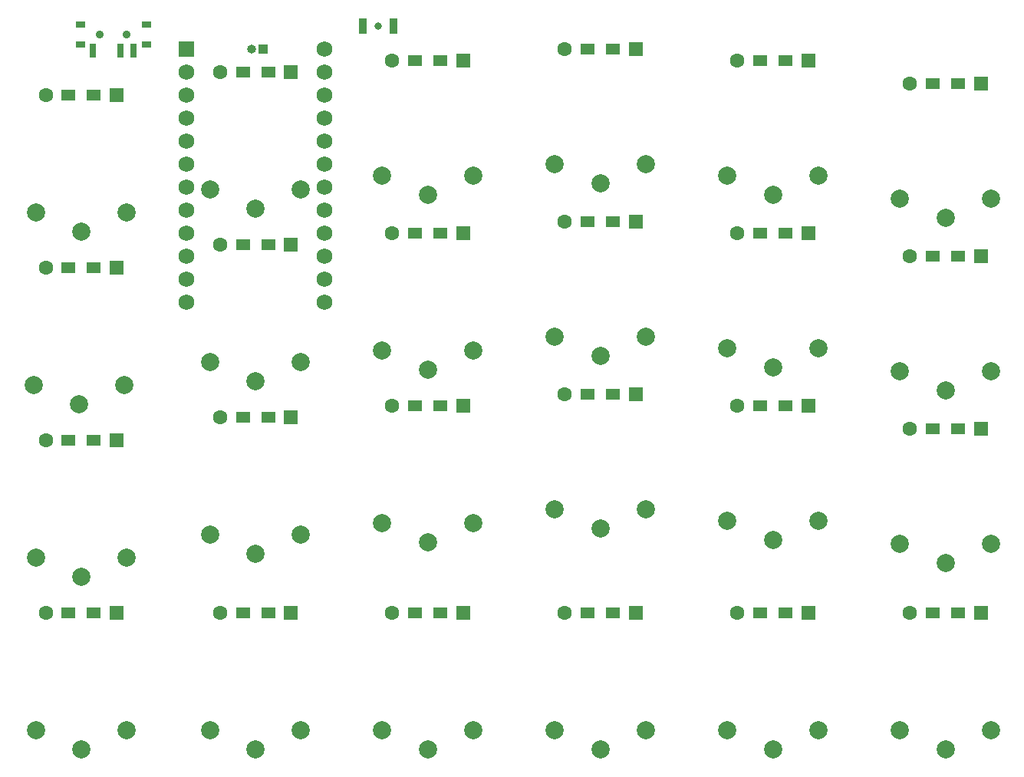
<source format=gbr>
%TF.GenerationSoftware,KiCad,Pcbnew,(5.1.8-0-10_14)*%
%TF.CreationDate,2021-01-06T07:12:47-06:00*%
%TF.ProjectId,halfboard,68616c66-626f-4617-9264-2e6b69636164,rev?*%
%TF.SameCoordinates,Original*%
%TF.FileFunction,Soldermask,Bot*%
%TF.FilePolarity,Negative*%
%FSLAX46Y46*%
G04 Gerber Fmt 4.6, Leading zero omitted, Abs format (unit mm)*
G04 Created by KiCad (PCBNEW (5.1.8-0-10_14)) date 2021-01-06 07:12:47*
%MOMM*%
%LPD*%
G01*
G04 APERTURE LIST*
%ADD10R,1.000000X0.800000*%
%ADD11R,0.700000X1.500000*%
%ADD12C,0.900000*%
%ADD13C,0.800000*%
%ADD14R,0.900000X1.700000*%
%ADD15O,1.000000X1.000000*%
%ADD16R,1.000000X1.000000*%
%ADD17C,2.000000*%
%ADD18R,1.600000X1.600000*%
%ADD19C,1.600000*%
%ADD20R,1.600000X1.200000*%
%ADD21C,1.752600*%
%ADD22R,1.752600X1.752600*%
G04 APERTURE END LIST*
D10*
%TO.C,REF\u002A\u002A*%
X52230000Y-49040000D03*
X59530000Y-49040000D03*
X59530000Y-46830000D03*
X52230000Y-46830000D03*
D11*
X58130000Y-49690000D03*
X56630000Y-49690000D03*
X53630000Y-49690000D03*
D12*
X57380000Y-47930000D03*
X54380000Y-47930000D03*
%TD*%
D13*
%TO.C,REF\u002A\u002A*%
X85090000Y-46990000D03*
D14*
X83390000Y-46990000D03*
X86790000Y-46990000D03*
%TD*%
D15*
%TO.C,BAT*%
X71120000Y-49530000D03*
D16*
X72390000Y-49530000D03*
%TD*%
D17*
%TO.C, *%
X142732303Y-66059730D03*
X147732303Y-68159730D03*
X152732303Y-66059730D03*
%TD*%
D18*
%TO.C,D0*%
X151632303Y-53340000D03*
D19*
X143832303Y-53340000D03*
D20*
X149132303Y-53340000D03*
X146332303Y-53340000D03*
%TD*%
D17*
%TO.C, *%
X142732303Y-85109730D03*
X147732303Y-87209730D03*
X152732303Y-85109730D03*
%TD*%
D18*
%TO.C,D0*%
X151632303Y-72390000D03*
D19*
X143832303Y-72390000D03*
D20*
X149132303Y-72390000D03*
X146332303Y-72390000D03*
%TD*%
D17*
%TO.C, *%
X142732303Y-104159730D03*
X147732303Y-106259730D03*
X152732303Y-104159730D03*
%TD*%
D18*
%TO.C,D0*%
X151632303Y-91440000D03*
D19*
X143832303Y-91440000D03*
D20*
X149132303Y-91440000D03*
X146332303Y-91440000D03*
%TD*%
D17*
%TO.C, *%
X142732303Y-124733730D03*
X147732303Y-126833730D03*
X152732303Y-124733730D03*
%TD*%
D18*
%TO.C,D0*%
X151632303Y-111760000D03*
D19*
X143832303Y-111760000D03*
D20*
X149132303Y-111760000D03*
X146332303Y-111760000D03*
%TD*%
D17*
%TO.C, *%
X123682303Y-124733730D03*
X128682303Y-126833730D03*
X133682303Y-124733730D03*
%TD*%
D18*
%TO.C,D0*%
X132582303Y-111760000D03*
D19*
X124782303Y-111760000D03*
D20*
X130082303Y-111760000D03*
X127282303Y-111760000D03*
%TD*%
D17*
%TO.C, *%
X104632303Y-124733730D03*
X109632303Y-126833730D03*
X114632303Y-124733730D03*
%TD*%
D18*
%TO.C,D0*%
X113532303Y-111760000D03*
D19*
X105732303Y-111760000D03*
D20*
X111032303Y-111760000D03*
X108232303Y-111760000D03*
%TD*%
D17*
%TO.C, *%
X85582303Y-124733730D03*
X90582303Y-126833730D03*
X95582303Y-124733730D03*
%TD*%
D18*
%TO.C,D0*%
X94482303Y-111760000D03*
D19*
X86682303Y-111760000D03*
D20*
X91982303Y-111760000D03*
X89182303Y-111760000D03*
%TD*%
D17*
%TO.C, *%
X123682303Y-101619730D03*
X128682303Y-103719730D03*
X133682303Y-101619730D03*
%TD*%
D18*
%TO.C,D0*%
X132582303Y-88900000D03*
D19*
X124782303Y-88900000D03*
D20*
X130082303Y-88900000D03*
X127282303Y-88900000D03*
%TD*%
D17*
%TO.C, *%
X123682303Y-82569730D03*
X128682303Y-84669730D03*
X133682303Y-82569730D03*
%TD*%
D18*
%TO.C,D0*%
X132582303Y-69850000D03*
D19*
X124782303Y-69850000D03*
D20*
X130082303Y-69850000D03*
X127282303Y-69850000D03*
%TD*%
D17*
%TO.C, *%
X123682303Y-63519730D03*
X128682303Y-65619730D03*
X133682303Y-63519730D03*
%TD*%
D18*
%TO.C,D0*%
X132582303Y-50800000D03*
D19*
X124782303Y-50800000D03*
D20*
X130082303Y-50800000D03*
X127282303Y-50800000D03*
%TD*%
D17*
%TO.C, *%
X104632303Y-62249730D03*
X109632303Y-64349730D03*
X114632303Y-62249730D03*
%TD*%
D18*
%TO.C,D0*%
X113532303Y-49530000D03*
D19*
X105732303Y-49530000D03*
D20*
X111032303Y-49530000D03*
X108232303Y-49530000D03*
%TD*%
D17*
%TO.C, *%
X104632303Y-81299730D03*
X109632303Y-83399730D03*
X114632303Y-81299730D03*
%TD*%
D18*
%TO.C,D0*%
X113532303Y-68580000D03*
D19*
X105732303Y-68580000D03*
D20*
X111032303Y-68580000D03*
X108232303Y-68580000D03*
%TD*%
D17*
%TO.C, *%
X104632303Y-100349730D03*
X109632303Y-102449730D03*
X114632303Y-100349730D03*
%TD*%
D18*
%TO.C,D0*%
X113532303Y-87630000D03*
D19*
X105732303Y-87630000D03*
D20*
X111032303Y-87630000D03*
X108232303Y-87630000D03*
%TD*%
D17*
%TO.C, *%
X85582303Y-101873730D03*
X90582303Y-103973730D03*
X95582303Y-101873730D03*
%TD*%
D18*
%TO.C,D0*%
X94482303Y-88900000D03*
D19*
X86682303Y-88900000D03*
D20*
X91982303Y-88900000D03*
X89182303Y-88900000D03*
%TD*%
D17*
%TO.C, *%
X85582303Y-82823730D03*
X90582303Y-84923730D03*
X95582303Y-82823730D03*
%TD*%
D18*
%TO.C,D0*%
X94482303Y-69850000D03*
D19*
X86682303Y-69850000D03*
D20*
X91982303Y-69850000D03*
X89182303Y-69850000D03*
%TD*%
D17*
%TO.C, *%
X85582303Y-63519730D03*
X90582303Y-65619730D03*
X95582303Y-63519730D03*
%TD*%
D18*
%TO.C,D0*%
X94482303Y-50800000D03*
D19*
X86682303Y-50800000D03*
D20*
X91982303Y-50800000D03*
X89182303Y-50800000D03*
%TD*%
D17*
%TO.C, *%
X66589231Y-65043730D03*
X71589231Y-67143730D03*
X76589231Y-65043730D03*
%TD*%
D18*
%TO.C,D0*%
X75489231Y-52070000D03*
D19*
X67689231Y-52070000D03*
D20*
X72989231Y-52070000D03*
X70189231Y-52070000D03*
%TD*%
D17*
%TO.C, *%
X66589231Y-84091829D03*
X71589231Y-86191829D03*
X76589231Y-84091829D03*
%TD*%
D18*
%TO.C,D0*%
X75489231Y-71120000D03*
D19*
X67689231Y-71120000D03*
D20*
X72989231Y-71120000D03*
X70189231Y-71120000D03*
%TD*%
D17*
%TO.C, *%
X66589231Y-103100230D03*
X71589231Y-105200230D03*
X76589231Y-103100230D03*
%TD*%
D18*
%TO.C,D0*%
X75489231Y-90170000D03*
D19*
X67689231Y-90170000D03*
D20*
X72989231Y-90170000D03*
X70189231Y-90170000D03*
%TD*%
D17*
%TO.C, *%
X66589231Y-124733730D03*
X71589231Y-126833730D03*
X76589231Y-124733730D03*
%TD*%
D18*
%TO.C,D0*%
X75489231Y-111760000D03*
D19*
X67689231Y-111760000D03*
D20*
X72989231Y-111760000D03*
X70189231Y-111760000D03*
%TD*%
D17*
%TO.C, *%
X47324000Y-124704000D03*
X52324000Y-126804000D03*
X57324000Y-124704000D03*
%TD*%
D18*
%TO.C,D0*%
X56224000Y-111760000D03*
D19*
X48424000Y-111760000D03*
D20*
X53724000Y-111760000D03*
X50924000Y-111760000D03*
%TD*%
D17*
%TO.C, *%
X47324000Y-105654000D03*
X52324000Y-107754000D03*
X57324000Y-105654000D03*
%TD*%
D18*
%TO.C,D0*%
X56224000Y-92710000D03*
D19*
X48424000Y-92710000D03*
D20*
X53724000Y-92710000D03*
X50924000Y-92710000D03*
%TD*%
D17*
%TO.C, *%
X47070000Y-86604000D03*
X52070000Y-88704000D03*
X57070000Y-86604000D03*
%TD*%
D18*
%TO.C,D0*%
X56224000Y-73660000D03*
D19*
X48424000Y-73660000D03*
D20*
X53724000Y-73660000D03*
X50924000Y-73660000D03*
%TD*%
D17*
%TO.C, *%
X57324000Y-67554000D03*
X52324000Y-69654000D03*
X47324000Y-67554000D03*
%TD*%
D20*
%TO.C,D0*%
X50924000Y-54610000D03*
X53724000Y-54610000D03*
D19*
X48424000Y-54610000D03*
D18*
X56224000Y-54610000D03*
%TD*%
D21*
%TO.C,U1*%
X79209231Y-49530000D03*
X63969231Y-77470000D03*
X79209231Y-52070000D03*
X79209231Y-54610000D03*
X79209231Y-57150000D03*
X79209231Y-59690000D03*
X79209231Y-62230000D03*
X79209231Y-64770000D03*
X79209231Y-67310000D03*
X79209231Y-69850000D03*
X79209231Y-72390000D03*
X79209231Y-74930000D03*
X79209231Y-77470000D03*
X63969231Y-74930000D03*
X63969231Y-72390000D03*
X63969231Y-69850000D03*
X63969231Y-67310000D03*
X63969231Y-64770000D03*
X63969231Y-62230000D03*
X63969231Y-59690000D03*
X63969231Y-57150000D03*
X63969231Y-54610000D03*
X63969231Y-52070000D03*
D22*
X63969231Y-49530000D03*
%TD*%
M02*

</source>
